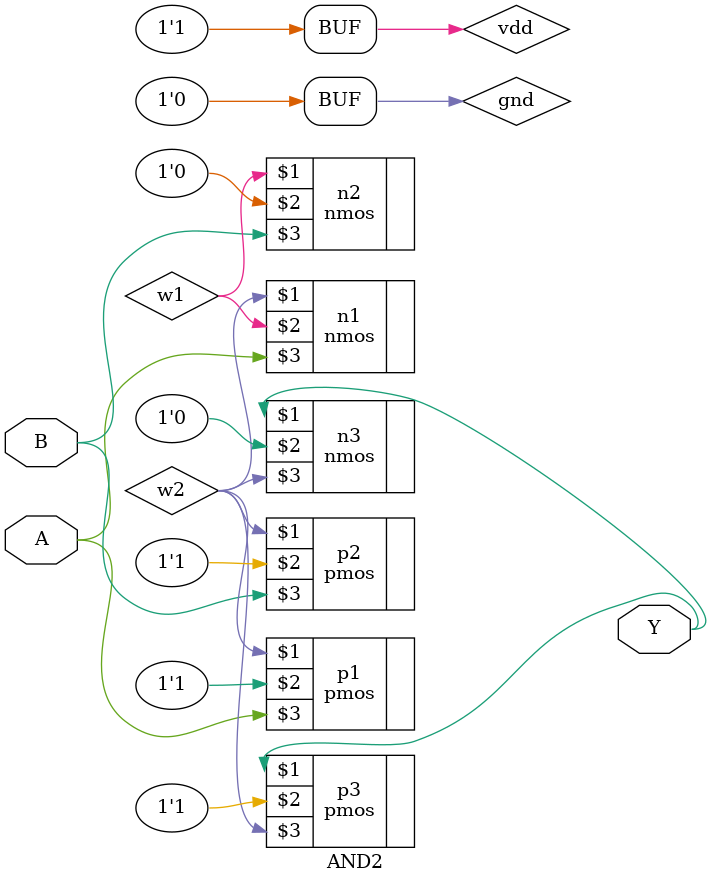
<source format=sv>
module AND2 (
    output  wire                        Y,
    input   wire                        A,
    input   wire                        B
);

    wire                                w1;
    supply1                             vdd;
    supply0                             gnd;

    // VDD      -------+------+----------+-----
    //              p1 |   p2 |       p3 |
    //           a --o|  b--o|       --o|
    //                 |      |      |   |
    //                 +--+---+--w2--+   +----- Y
    //                 n1 |          |   |
    //              a ---|           ---|
    //                 n2 | w1           |
    //              b ---|               |
    //                    |              |
    // GND      ----------+-------------+------

    pmos    p1(w2, vdd, A);
    pmos    p2(w2, vdd, B);
    pmos    p3(Y, vdd, w2);
    nmos    n1(w2, w1, A);
    nmos    n2(w1, gnd, B);
    nmos    n3(Y, gnd, w2);

endmodule

</source>
